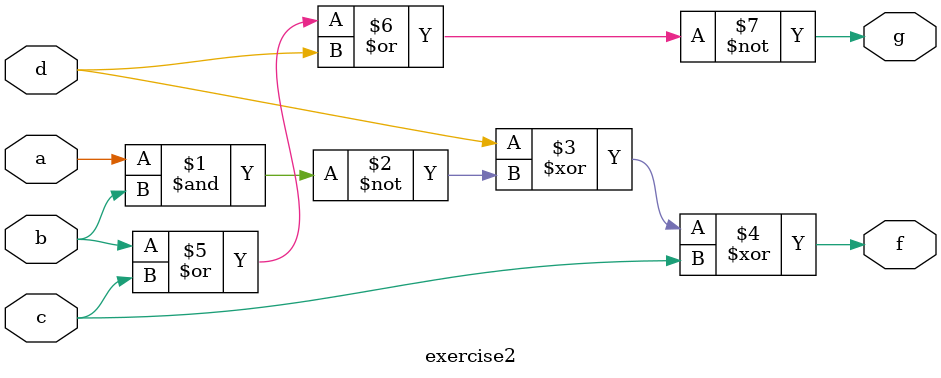
<source format=v>
module exercise2(a, b, c, d, f, g);

input a, b, c, d;
output f, g;
wire x, y;


// XOR ^ f
// NAND ^ ~& ab
// nor ~| g
		assign f = (d^(~(a&b))^c);
		assign g = (~(b|c|d));

endmodule
</source>
